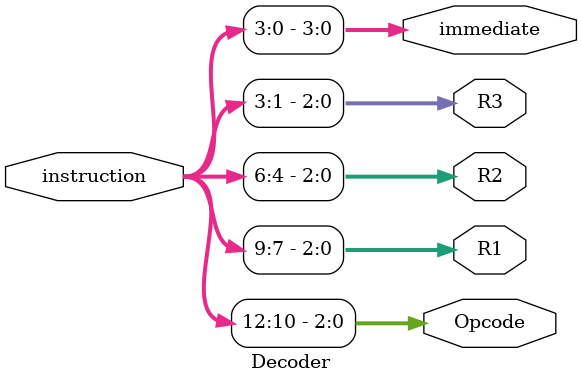
<source format=v>
module Decoder(
	input [12:0] instruction,
	output [2:0] Opcode,//Opcode for ALU
	output [2:0] R1, R2, R3,//Registers to be accessed
	output [3:0] immediate);//Constant values for immediate instructions
	
	assign Opcode = instruction[12:10];
	assign R1 = instruction[9:7];
	assign R2 = instruction[6:4];
	assign R3 = instruction[3:1];
	assign immediate = instruction[3:0];
	
	
endmodule

</source>
